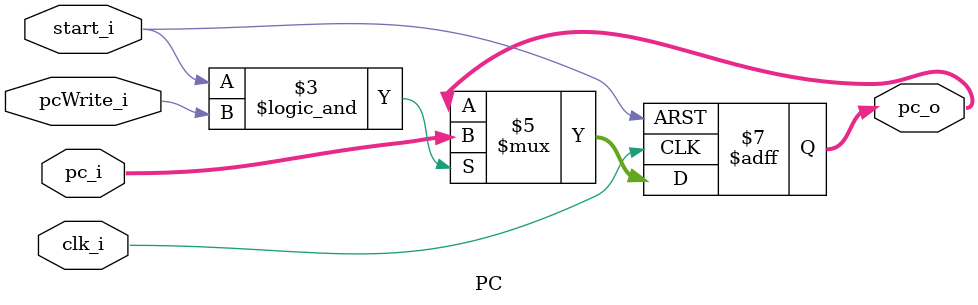
<source format=v>
module PC
(
    clk_i,
    start_i,
    pc_i,
    pc_o,
	pcWrite_i
);

// Ports
input               clk_i;
input               start_i;
input				pcWrite_i;
input   [31:0]      pc_i;
output  [31:0]      pc_o;

// Wires & Registers
reg     [31:0]      pc_o;


always@(posedge clk_i or negedge start_i) begin
    if(~start_i) begin
        pc_o <= 32'b0;
    end
    else begin
        if(start_i && pcWrite_i)
            pc_o <= pc_i;
        else
            pc_o <= pc_o;
    end
end

endmodule

</source>
